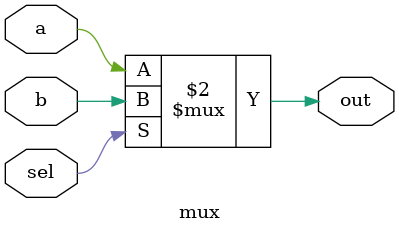
<source format=v>
`timescale 1ns / 1ps



module mux(input a, input b, input sel, output out

    );
    
    assign out = (sel == 1'b0)? a:b;
endmodule

</source>
